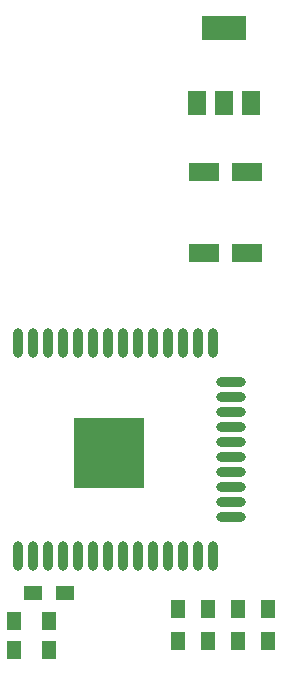
<source format=gbr>
G04 #@! TF.FileFunction,Paste,Top*
%FSLAX46Y46*%
G04 Gerber Fmt 4.6, Leading zero omitted, Abs format (unit mm)*
G04 Created by KiCad (PCBNEW 4.0.6) date 08/17/17 13:40:10*
%MOMM*%
%LPD*%
G01*
G04 APERTURE LIST*
%ADD10C,0.100000*%
%ADD11R,3.800000X2.000000*%
%ADD12R,1.500000X2.000000*%
%ADD13R,2.600000X1.600000*%
%ADD14O,0.900000X2.500000*%
%ADD15O,2.500000X0.900000*%
%ADD16R,6.000000X6.000000*%
%ADD17R,1.250000X1.500000*%
%ADD18R,1.500000X1.300000*%
%ADD19R,1.300000X1.500000*%
G04 APERTURE END LIST*
D10*
D11*
X157099000Y-62763000D03*
D12*
X157099000Y-69063000D03*
X159399000Y-69063000D03*
X154799000Y-69063000D03*
D13*
X159026000Y-74930000D03*
X155426000Y-74930000D03*
D14*
X139657000Y-89425000D03*
X140927000Y-89425000D03*
X142197000Y-89425000D03*
X143467000Y-89425000D03*
X144737000Y-89425000D03*
X146007000Y-89425000D03*
X147277000Y-89425000D03*
X148547000Y-89425000D03*
X149817000Y-89425000D03*
X151087000Y-89425000D03*
X152357000Y-89425000D03*
X153627000Y-89425000D03*
X154897000Y-89425000D03*
X156167000Y-89425000D03*
D15*
X157657000Y-92710000D03*
X157657000Y-93980000D03*
X157657000Y-95250000D03*
X157657000Y-96520000D03*
X157657000Y-97790000D03*
X157657000Y-99060000D03*
X157657000Y-100330000D03*
X157657000Y-101600000D03*
X157657000Y-102870000D03*
X157657000Y-104140000D03*
D14*
X156167000Y-107425000D03*
X154897000Y-107425000D03*
X153627000Y-107425000D03*
X152357000Y-107425000D03*
X151087000Y-107425000D03*
X149817000Y-107425000D03*
X148547000Y-107425000D03*
X147277000Y-107425000D03*
X146007000Y-107425000D03*
X144737000Y-107425000D03*
X143467000Y-107425000D03*
X142197000Y-107425000D03*
X140927000Y-107425000D03*
X139657000Y-107425000D03*
D16*
X147357000Y-98725000D03*
D17*
X139319000Y-112923000D03*
X139319000Y-115423000D03*
X142240000Y-112923000D03*
X142240000Y-115423000D03*
D18*
X140890000Y-110617000D03*
X143590000Y-110617000D03*
D19*
X160782000Y-111934000D03*
X160782000Y-114634000D03*
X158242000Y-111934000D03*
X158242000Y-114634000D03*
X155702000Y-111934000D03*
X155702000Y-114634000D03*
X153162000Y-111934000D03*
X153162000Y-114634000D03*
D13*
X159026000Y-81788000D03*
X155426000Y-81788000D03*
M02*

</source>
